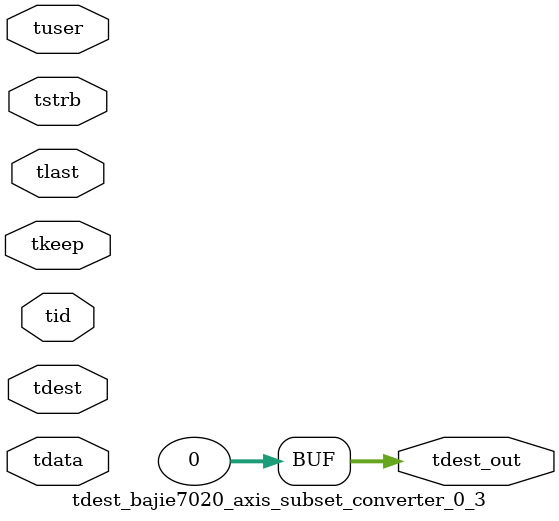
<source format=v>


`timescale 1ps/1ps

module tdest_bajie7020_axis_subset_converter_0_3 #
(
parameter C_S_AXIS_TDATA_WIDTH = 32,
parameter C_S_AXIS_TUSER_WIDTH = 0,
parameter C_S_AXIS_TID_WIDTH   = 0,
parameter C_S_AXIS_TDEST_WIDTH = 0,
parameter C_M_AXIS_TDEST_WIDTH = 32
)
(
input  [(C_S_AXIS_TDATA_WIDTH == 0 ? 1 : C_S_AXIS_TDATA_WIDTH)-1:0     ] tdata,
input  [(C_S_AXIS_TUSER_WIDTH == 0 ? 1 : C_S_AXIS_TUSER_WIDTH)-1:0     ] tuser,
input  [(C_S_AXIS_TID_WIDTH   == 0 ? 1 : C_S_AXIS_TID_WIDTH)-1:0       ] tid,
input  [(C_S_AXIS_TDEST_WIDTH == 0 ? 1 : C_S_AXIS_TDEST_WIDTH)-1:0     ] tdest,
input  [(C_S_AXIS_TDATA_WIDTH/8)-1:0 ] tkeep,
input  [(C_S_AXIS_TDATA_WIDTH/8)-1:0 ] tstrb,
input                                                                    tlast,
output [C_M_AXIS_TDEST_WIDTH-1:0] tdest_out
);

assign tdest_out = {1'b0};

endmodule


</source>
